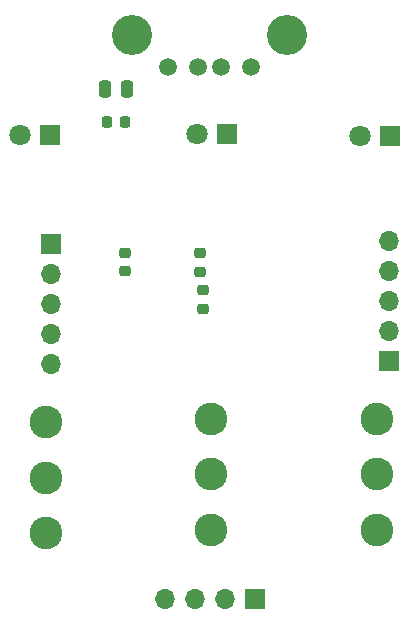
<source format=gbs>
G04 #@! TF.GenerationSoftware,KiCad,Pcbnew,7.0.1*
G04 #@! TF.CreationDate,2023-08-25T12:02:58+10:00*
G04 #@! TF.ProjectId,firetruck controller,66697265-7472-4756-936b-20636f6e7472,rev?*
G04 #@! TF.SameCoordinates,Original*
G04 #@! TF.FileFunction,Soldermask,Bot*
G04 #@! TF.FilePolarity,Negative*
%FSLAX46Y46*%
G04 Gerber Fmt 4.6, Leading zero omitted, Abs format (unit mm)*
G04 Created by KiCad (PCBNEW 7.0.1) date 2023-08-25 12:02:58*
%MOMM*%
%LPD*%
G01*
G04 APERTURE LIST*
G04 Aperture macros list*
%AMRoundRect*
0 Rectangle with rounded corners*
0 $1 Rounding radius*
0 $2 $3 $4 $5 $6 $7 $8 $9 X,Y pos of 4 corners*
0 Add a 4 corners polygon primitive as box body*
4,1,4,$2,$3,$4,$5,$6,$7,$8,$9,$2,$3,0*
0 Add four circle primitives for the rounded corners*
1,1,$1+$1,$2,$3*
1,1,$1+$1,$4,$5*
1,1,$1+$1,$6,$7*
1,1,$1+$1,$8,$9*
0 Add four rect primitives between the rounded corners*
20,1,$1+$1,$2,$3,$4,$5,0*
20,1,$1+$1,$4,$5,$6,$7,0*
20,1,$1+$1,$6,$7,$8,$9,0*
20,1,$1+$1,$8,$9,$2,$3,0*%
G04 Aperture macros list end*
%ADD10C,2.775000*%
%ADD11R,1.800000X1.800000*%
%ADD12C,1.800000*%
%ADD13C,1.500000*%
%ADD14C,3.400000*%
%ADD15R,1.700000X1.700000*%
%ADD16O,1.700000X1.700000*%
%ADD17RoundRect,0.225000X0.225000X0.250000X-0.225000X0.250000X-0.225000X-0.250000X0.225000X-0.250000X0*%
%ADD18RoundRect,0.225000X-0.250000X0.225000X-0.250000X-0.225000X0.250000X-0.225000X0.250000X0.225000X0*%
%ADD19RoundRect,0.250000X0.250000X0.475000X-0.250000X0.475000X-0.250000X-0.475000X0.250000X-0.475000X0*%
G04 APERTURE END LIST*
D10*
X201720000Y-60460000D03*
X201720000Y-65160000D03*
X201720000Y-69860000D03*
D11*
X202075000Y-36160000D03*
D12*
X199535000Y-36160000D03*
D13*
X219040000Y-30396500D03*
X216540000Y-30396500D03*
X214540000Y-30396500D03*
X212040000Y-30396500D03*
D14*
X222110000Y-27686500D03*
X208970000Y-27686500D03*
D11*
X230825000Y-36250000D03*
D12*
X228285000Y-36250000D03*
D10*
X229750000Y-60150000D03*
X229750000Y-64850000D03*
X229750000Y-69550000D03*
D15*
X230710000Y-55320000D03*
D16*
X230710000Y-52780000D03*
X230710000Y-50240000D03*
X230710000Y-47700000D03*
X230710000Y-45160000D03*
D10*
X215650000Y-60160000D03*
X215650000Y-64860000D03*
X215650000Y-69560000D03*
D11*
X217015000Y-36050000D03*
D12*
X214475000Y-36050000D03*
D15*
X219400000Y-75440000D03*
D16*
X216860000Y-75440000D03*
X214320000Y-75440000D03*
X211780000Y-75440000D03*
D15*
X202140000Y-45360000D03*
D16*
X202140000Y-47900000D03*
X202140000Y-50440000D03*
X202140000Y-52980000D03*
X202140000Y-55520000D03*
D17*
X208405000Y-35020000D03*
X206855000Y-35020000D03*
D18*
X215010000Y-49295000D03*
X215010000Y-50845000D03*
X208430000Y-46145000D03*
X208430000Y-47695000D03*
D19*
X208575000Y-32260000D03*
X206675000Y-32260000D03*
D18*
X214770000Y-46160000D03*
X214770000Y-47710000D03*
M02*

</source>
